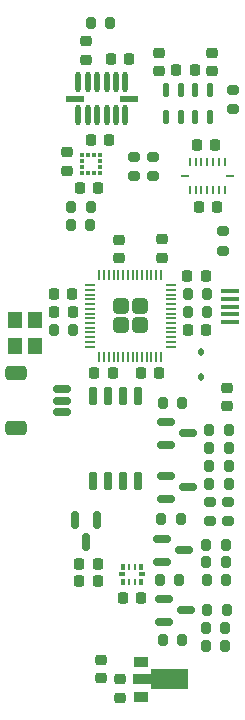
<source format=gbr>
%TF.GenerationSoftware,KiCad,Pcbnew,7.0.5*%
%TF.CreationDate,2023-12-10T00:27:40-08:00*%
%TF.ProjectId,Lyrav3,4c797261-7633-42e6-9b69-6361645f7063,rev?*%
%TF.SameCoordinates,Original*%
%TF.FileFunction,Paste,Bot*%
%TF.FilePolarity,Positive*%
%FSLAX46Y46*%
G04 Gerber Fmt 4.6, Leading zero omitted, Abs format (unit mm)*
G04 Created by KiCad (PCBNEW 7.0.5) date 2023-12-10 00:27:40*
%MOMM*%
%LPD*%
G01*
G04 APERTURE LIST*
G04 Aperture macros list*
%AMRoundRect*
0 Rectangle with rounded corners*
0 $1 Rounding radius*
0 $2 $3 $4 $5 $6 $7 $8 $9 X,Y pos of 4 corners*
0 Add a 4 corners polygon primitive as box body*
4,1,4,$2,$3,$4,$5,$6,$7,$8,$9,$2,$3,0*
0 Add four circle primitives for the rounded corners*
1,1,$1+$1,$2,$3*
1,1,$1+$1,$4,$5*
1,1,$1+$1,$6,$7*
1,1,$1+$1,$8,$9*
0 Add four rect primitives between the rounded corners*
20,1,$1+$1,$2,$3,$4,$5,0*
20,1,$1+$1,$4,$5,$6,$7,0*
20,1,$1+$1,$6,$7,$8,$9,0*
20,1,$1+$1,$8,$9,$2,$3,0*%
%AMFreePoly0*
4,1,9,3.862500,-0.866500,0.737500,-0.866500,0.737500,-0.450000,-0.737500,-0.450000,-0.737500,0.450000,0.737500,0.450000,0.737500,0.866500,3.862500,0.866500,3.862500,-0.866500,3.862500,-0.866500,$1*%
G04 Aperture macros list end*
%ADD10RoundRect,0.150000X-0.587500X-0.150000X0.587500X-0.150000X0.587500X0.150000X-0.587500X0.150000X0*%
%ADD11RoundRect,0.150000X0.150000X-0.650000X0.150000X0.650000X-0.150000X0.650000X-0.150000X-0.650000X0*%
%ADD12RoundRect,0.112500X0.112500X-0.187500X0.112500X0.187500X-0.112500X0.187500X-0.112500X-0.187500X0*%
%ADD13R,1.300000X0.900000*%
%ADD14FreePoly0,0.000000*%
%ADD15RoundRect,0.200000X0.200000X0.275000X-0.200000X0.275000X-0.200000X-0.275000X0.200000X-0.275000X0*%
%ADD16RoundRect,0.200000X0.275000X-0.200000X0.275000X0.200000X-0.275000X0.200000X-0.275000X-0.200000X0*%
%ADD17RoundRect,0.200000X-0.200000X-0.275000X0.200000X-0.275000X0.200000X0.275000X-0.200000X0.275000X0*%
%ADD18RoundRect,0.200000X-0.275000X0.200000X-0.275000X-0.200000X0.275000X-0.200000X0.275000X0.200000X0*%
%ADD19RoundRect,0.225000X0.250000X-0.225000X0.250000X0.225000X-0.250000X0.225000X-0.250000X-0.225000X0*%
%ADD20RoundRect,0.225000X-0.225000X-0.250000X0.225000X-0.250000X0.225000X0.250000X-0.225000X0.250000X0*%
%ADD21RoundRect,0.225000X0.225000X0.250000X-0.225000X0.250000X-0.225000X-0.250000X0.225000X-0.250000X0*%
%ADD22RoundRect,0.225000X-0.250000X0.225000X-0.250000X-0.225000X0.250000X-0.225000X0.250000X0.225000X0*%
%ADD23R,0.375000X0.350000*%
%ADD24R,0.350000X0.375000*%
%ADD25RoundRect,0.150000X0.625000X-0.150000X0.625000X0.150000X-0.625000X0.150000X-0.625000X-0.150000X0*%
%ADD26RoundRect,0.250000X0.650000X-0.350000X0.650000X0.350000X-0.650000X0.350000X-0.650000X-0.350000X0*%
%ADD27RoundRect,0.050000X0.387500X-0.050000X0.387500X0.050000X-0.387500X0.050000X-0.387500X-0.050000X0*%
%ADD28RoundRect,0.050000X0.050000X-0.387500X0.050000X0.387500X-0.050000X0.387500X-0.050000X-0.387500X0*%
%ADD29RoundRect,0.249999X0.395001X-0.395001X0.395001X0.395001X-0.395001X0.395001X-0.395001X-0.395001X0*%
%ADD30RoundRect,0.150000X-0.150000X0.587500X-0.150000X-0.587500X0.150000X-0.587500X0.150000X0.587500X0*%
%ADD31R,1.200000X1.400000*%
%ADD32R,1.600000X0.400000*%
%ADD33R,0.800000X0.250000*%
%ADD34R,0.250000X0.800000*%
%ADD35R,1.550000X0.600000*%
%ADD36O,0.450000X1.770000*%
%ADD37R,0.300000X0.580000*%
%ADD38R,0.250000X0.580000*%
%ADD39R,0.630000X0.350000*%
%ADD40RoundRect,0.125000X-0.125000X0.475000X-0.125000X-0.475000X0.125000X-0.475000X0.125000X0.475000X0*%
G04 APERTURE END LIST*
D10*
%TO.C,Q5*%
X197133999Y-110678000D03*
X197133999Y-108778000D03*
X199008999Y-109728000D03*
%TD*%
%TO.C,Q4*%
X196928500Y-105598000D03*
X196928500Y-103698000D03*
X198803500Y-104648000D03*
%TD*%
%TO.C,Q3*%
X197260999Y-95692000D03*
X197260999Y-93792000D03*
X199135999Y-94742000D03*
%TD*%
%TO.C,Q2*%
X197260999Y-100264000D03*
X197260999Y-98364000D03*
X199135999Y-99314000D03*
%TD*%
D11*
%TO.C,U7*%
X194945000Y-98767000D03*
X193675000Y-98767000D03*
X192405000Y-98767000D03*
X191135000Y-98767000D03*
X191135000Y-91567000D03*
X192405000Y-91567000D03*
X193675000Y-91567000D03*
X194945000Y-91567000D03*
%TD*%
D12*
%TO.C,D3*%
X200279000Y-89950000D03*
X200279000Y-87850000D03*
%TD*%
D13*
%TO.C,U1*%
X195154000Y-117070000D03*
D14*
X195241500Y-115570000D03*
D13*
X195154000Y-114070000D03*
%TD*%
D15*
%TO.C,R27*%
X197041000Y-112268000D03*
X198691000Y-112268000D03*
%TD*%
%TO.C,R26*%
X198564000Y-101981000D03*
X196914000Y-101981000D03*
%TD*%
%TO.C,R25*%
X200660000Y-112776000D03*
X202310000Y-112776000D03*
%TD*%
D16*
%TO.C,R24*%
X201041000Y-100521000D03*
X201041000Y-102171000D03*
%TD*%
D17*
%TO.C,R23*%
X202310000Y-111252000D03*
X200660000Y-111252000D03*
%TD*%
D16*
%TO.C,R22*%
X202946000Y-67310000D03*
X202946000Y-65660000D03*
%TD*%
D18*
%TO.C,R21*%
X202565000Y-100521000D03*
X202565000Y-102171000D03*
%TD*%
D15*
%TO.C,R20*%
X200812400Y-109728000D03*
X202462400Y-109728000D03*
%TD*%
%TO.C,R19*%
X200978000Y-99060000D03*
X202628000Y-99060000D03*
%TD*%
D17*
%TO.C,R18*%
X200799200Y-82931000D03*
X199149200Y-82931000D03*
%TD*%
D15*
%TO.C,R17*%
X198437000Y-107188000D03*
X196787000Y-107188000D03*
%TD*%
%TO.C,R16*%
X197041000Y-92202000D03*
X198691000Y-92202000D03*
%TD*%
%TO.C,R15*%
X200773800Y-84455000D03*
X199123800Y-84455000D03*
%TD*%
D17*
%TO.C,R14*%
X190919686Y-59969400D03*
X192569686Y-59969400D03*
%TD*%
D15*
%TO.C,R13*%
X200749400Y-107188000D03*
X202399400Y-107188000D03*
%TD*%
%TO.C,R12*%
X202628000Y-97536000D03*
X200978000Y-97536000D03*
%TD*%
D17*
%TO.C,R11*%
X202348600Y-105664000D03*
X200698600Y-105664000D03*
%TD*%
%TO.C,R10*%
X200978000Y-96012000D03*
X202628000Y-96012000D03*
%TD*%
D15*
%TO.C,R9*%
X200710800Y-104190800D03*
X202360800Y-104190800D03*
%TD*%
%TO.C,R8*%
X200978000Y-94488000D03*
X202628000Y-94488000D03*
%TD*%
D18*
%TO.C,R7*%
X194576286Y-72973200D03*
X194576286Y-71323200D03*
%TD*%
%TO.C,R6*%
X196227286Y-72973201D03*
X196227286Y-71323201D03*
%TD*%
D15*
%TO.C,R5*%
X190893200Y-77060399D03*
X189243200Y-77060399D03*
%TD*%
D17*
%TO.C,R4*%
X189268600Y-75590400D03*
X190918600Y-75590400D03*
%TD*%
D16*
%TO.C,R3*%
X202133200Y-79285600D03*
X202133200Y-77635600D03*
%TD*%
D17*
%TO.C,R2*%
X187783200Y-86004400D03*
X189433200Y-86004400D03*
%TD*%
D19*
%TO.C,C28*%
X202438000Y-92456000D03*
X202438000Y-90906000D03*
%TD*%
%TO.C,C26*%
X193294000Y-78358400D03*
X193294000Y-79908400D03*
%TD*%
D20*
%TO.C,C25*%
X199123000Y-81407000D03*
X200673000Y-81407000D03*
%TD*%
D21*
%TO.C,C24*%
X189395400Y-84455000D03*
X187845400Y-84455000D03*
%TD*%
%TO.C,C23*%
X192799000Y-89662000D03*
X191249000Y-89662000D03*
%TD*%
%TO.C,C22*%
X196736000Y-89662000D03*
X195186000Y-89662000D03*
%TD*%
D19*
%TO.C,C21*%
X197002400Y-79857600D03*
X197002400Y-78307600D03*
%TD*%
D20*
%TO.C,C17*%
X199136000Y-85979000D03*
X200686000Y-85979000D03*
%TD*%
D21*
%TO.C,C16*%
X189370000Y-82931000D03*
X187820000Y-82931000D03*
%TD*%
D20*
%TO.C,C15*%
X193662000Y-108712000D03*
X195212000Y-108712000D03*
%TD*%
%TO.C,C14*%
X191579886Y-73986999D03*
X190029886Y-73986999D03*
%TD*%
D21*
%TO.C,C13*%
X190918886Y-69922999D03*
X192468886Y-69922999D03*
%TD*%
D19*
%TO.C,C12*%
X188899886Y-70938999D03*
X188899886Y-72488999D03*
%TD*%
%TO.C,C11*%
X190563086Y-61556600D03*
X190563086Y-63106600D03*
%TD*%
D21*
%TO.C,C10*%
X192632886Y-63042800D03*
X194182886Y-63042800D03*
%TD*%
D20*
%TO.C,C9*%
X199720086Y-64008000D03*
X198170086Y-64008000D03*
%TD*%
D21*
%TO.C,C8*%
X189979000Y-105791000D03*
X191529000Y-105791000D03*
%TD*%
D22*
%TO.C,C6*%
X191770000Y-113906000D03*
X191770000Y-115456000D03*
%TD*%
%TO.C,C5*%
X193421000Y-115557000D03*
X193421000Y-117107000D03*
%TD*%
D19*
%TO.C,C3*%
X196674486Y-62521800D03*
X196674486Y-64071800D03*
%TD*%
D21*
%TO.C,C2*%
X199922686Y-70358000D03*
X201472686Y-70358000D03*
%TD*%
%TO.C,C1*%
X200100486Y-75539600D03*
X201650486Y-75539600D03*
%TD*%
D23*
%TO.C,U5*%
X191694386Y-72204999D03*
X191694386Y-71704999D03*
D24*
X191681886Y-71192499D03*
X191181886Y-71192499D03*
X190681886Y-71192499D03*
X190181886Y-71192499D03*
D23*
X190169386Y-71704999D03*
X190169386Y-72204999D03*
D24*
X190181886Y-72717499D03*
X190681886Y-72717499D03*
X191181886Y-72717499D03*
X191681886Y-72717499D03*
%TD*%
D25*
%TO.C,J5*%
X188518800Y-92964000D03*
X188518800Y-91964000D03*
X188518800Y-90964000D03*
D26*
X184643800Y-94264000D03*
X184643800Y-89664000D03*
%TD*%
D27*
%TO.C,U8*%
X197709500Y-87398000D03*
X197709500Y-86998000D03*
X197709500Y-86598000D03*
X197709500Y-86198000D03*
X197709500Y-85798000D03*
X197709500Y-85398000D03*
X197709500Y-84998000D03*
X197709500Y-84598000D03*
X197709500Y-84198000D03*
X197709500Y-83798000D03*
X197709500Y-83398000D03*
X197709500Y-82998000D03*
X197709500Y-82598000D03*
X197709500Y-82198000D03*
D28*
X196872000Y-81360500D03*
X196472000Y-81360500D03*
X196072000Y-81360500D03*
X195672000Y-81360500D03*
X195272000Y-81360500D03*
X194872000Y-81360500D03*
X194472000Y-81360500D03*
X194072000Y-81360500D03*
X193672000Y-81360500D03*
X193272000Y-81360500D03*
X192872000Y-81360500D03*
X192472000Y-81360500D03*
X192072000Y-81360500D03*
X191672000Y-81360500D03*
D27*
X190834500Y-82198000D03*
X190834500Y-82598000D03*
X190834500Y-82998000D03*
X190834500Y-83398000D03*
X190834500Y-83798000D03*
X190834500Y-84198000D03*
X190834500Y-84598000D03*
X190834500Y-84998000D03*
X190834500Y-85398000D03*
X190834500Y-85798000D03*
X190834500Y-86198000D03*
X190834500Y-86598000D03*
X190834500Y-86998000D03*
X190834500Y-87398000D03*
D28*
X191672000Y-88235500D03*
X192072000Y-88235500D03*
X192472000Y-88235500D03*
X192872000Y-88235500D03*
X193272000Y-88235500D03*
X193672000Y-88235500D03*
X194072000Y-88235500D03*
X194472000Y-88235500D03*
X194872000Y-88235500D03*
X195272000Y-88235500D03*
X195672000Y-88235500D03*
X196072000Y-88235500D03*
X196472000Y-88235500D03*
X196872000Y-88235500D03*
D29*
X193472000Y-83998000D03*
X195072000Y-83998000D03*
X193472000Y-85598000D03*
X195072000Y-85598000D03*
%TD*%
D30*
%TO.C,Q1*%
X190515200Y-103932200D03*
X191465200Y-102057200D03*
X189565200Y-102057200D03*
%TD*%
D31*
%TO.C,X1*%
X186219200Y-87307600D03*
X186219200Y-85107600D03*
X184519200Y-85107600D03*
X184519200Y-87307600D03*
%TD*%
D21*
%TO.C,C7*%
X189979000Y-107264200D03*
X191529000Y-107264200D03*
%TD*%
D32*
%TO.C,J7*%
X202717100Y-85323200D03*
X202727100Y-84673200D03*
X202727100Y-84023200D03*
X202727100Y-83373200D03*
X202727100Y-82723200D03*
%TD*%
D33*
%TO.C,U2*%
X202715486Y-72950200D03*
D34*
X202305486Y-74150200D03*
X201805486Y-74150200D03*
X201305486Y-74150200D03*
X200805486Y-74150200D03*
X200305486Y-74150200D03*
X199805486Y-74150200D03*
X199305486Y-74150200D03*
D33*
X198895486Y-72950200D03*
D34*
X199305486Y-71750200D03*
X199805486Y-71750200D03*
X200305486Y-71750200D03*
X200805486Y-71750200D03*
X201305486Y-71750200D03*
X201805486Y-71750200D03*
X202305486Y-71750200D03*
%TD*%
D35*
%TO.C,U4*%
X189571600Y-66411600D03*
D36*
X189871600Y-67821600D03*
X190671600Y-67821600D03*
X191471600Y-67821600D03*
X192271600Y-67821600D03*
X193071600Y-67821600D03*
X193871600Y-67821600D03*
D35*
X194171600Y-66411600D03*
D36*
X193871600Y-65001600D03*
X193071600Y-65001600D03*
X192271600Y-65001600D03*
X191471600Y-65001600D03*
X190671600Y-65001600D03*
X189871600Y-65001600D03*
%TD*%
D37*
%TO.C,U6*%
X193687000Y-106050000D03*
D38*
X194187000Y-106050000D03*
X194687000Y-106050000D03*
D37*
X195187000Y-106050000D03*
D39*
X195297000Y-106680000D03*
D37*
X195187000Y-107310000D03*
D38*
X194687000Y-107310000D03*
X194187000Y-107310000D03*
D37*
X193687000Y-107310000D03*
D39*
X193577000Y-106680000D03*
%TD*%
D40*
%TO.C,U3*%
X197288686Y-67984400D03*
X198538686Y-67984400D03*
X199788686Y-67984400D03*
X201038686Y-67984400D03*
X201038686Y-65684400D03*
X199788686Y-65684400D03*
X198538686Y-65684400D03*
X197288686Y-65684400D03*
%TD*%
D19*
%TO.C,C4*%
X201221086Y-62521800D03*
X201221086Y-64071800D03*
%TD*%
M02*

</source>
